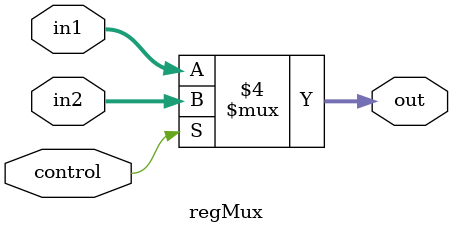
<source format=v>
/*
	Simple 2 input mux
*/
module regMux #(parameter WIDTH = 16, REGBITS = 4)
					(input [15:0] in1, in2,
					 input control, 	// 0 pushes in1 and 1 pushes in2.
					 output reg [15:0] out
);
 
always@(*)
begin

if(control == 0) out <= in1;
else  			  out <= in2;

end


endmodule

</source>
